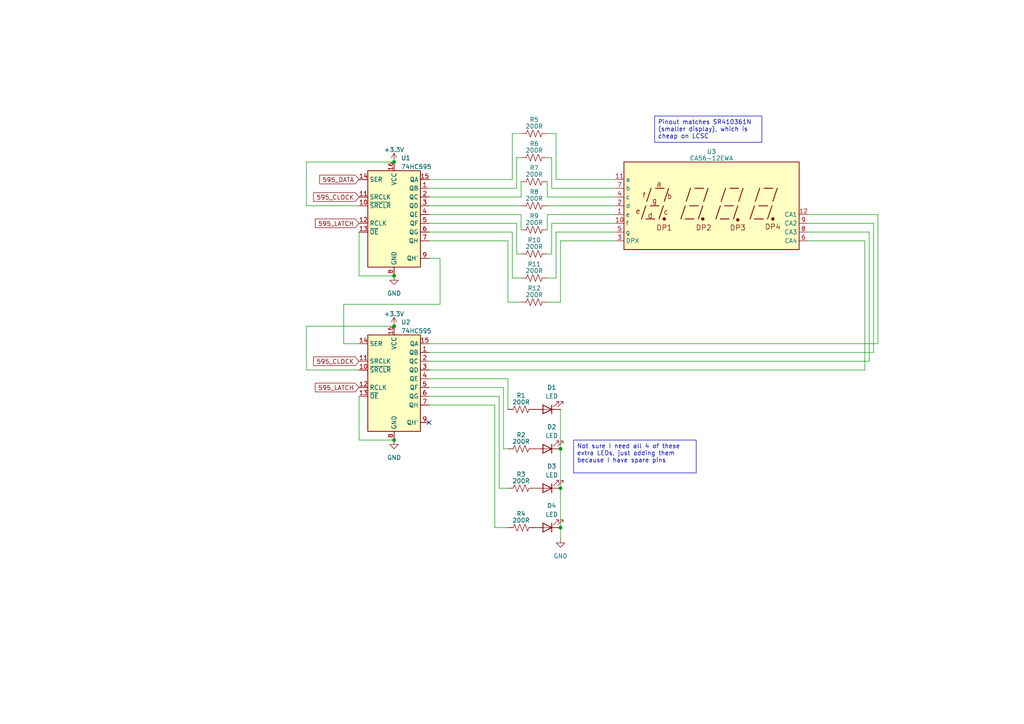
<source format=kicad_sch>
(kicad_sch (version 20230121) (generator eeschema)
  (paper "A4")
  (lib_symbols
    (symbol "74xx:74HC595"
      (property "Reference" "U" (at -7.62 13.97 0))
      (property "Value" "74HC595" (at -7.62 -16.51 0))
      (symbol "74HC595_1_0"
        (pin tri_state line (at 10.16 7.62 180) (length 2.54) (name "QB") (number "1"))
        (pin input line (at -10.16 2.54 0) (length 2.54) (name "~{SRCLR}") (number "10"))
        (pin input line (at -10.16 5.08 0) (length 2.54) (name "SRCLK") (number "11"))
        (pin input line (at -10.16 -2.54 0) (length 2.54) (name "RCLK") (number "12"))
        (pin input line (at -10.16 -5.08 0) (length 2.54) (name "~{OE}") (number "13"))
        (pin input line (at -10.16 10.16 0) (length 2.54) (name "SER") (number "14"))
        (pin tri_state line (at 10.16 10.16 180) (length 2.54) (name "QA") (number "15"))
        (pin power_in line (at 0 15.24 270) (length 2.54) (name "VCC") (number "16"))
        (pin tri_state line (at 10.16 5.08 180) (length 2.54) (name "QC") (number "2"))
        (pin tri_state line (at 10.16 2.54 180) (length 2.54) (name "QD") (number "3"))
        (pin tri_state line (at 10.16 0 180) (length 2.54) (name "QE") (number "4"))
        (pin tri_state line (at 10.16 -2.54 180) (length 2.54) (name "QF") (number "5"))
        (pin tri_state line (at 10.16 -5.08 180) (length 2.54) (name "QG") (number "6"))
        (pin tri_state line (at 10.16 -7.62 180) (length 2.54) (name "QH") (number "7"))
        (pin power_in line (at 0 -17.78 90) (length 2.54) (name "GND") (number "8"))
        (pin output line (at 10.16 -12.7 180) (length 2.54) (name "QH'") (number "9"))
      )
      (symbol "74HC595_1_1"
        (rectangle (start -7.62 12.7) (end 7.62 -15.24) (stroke (width 0.254)) (fill (type background)))
      )
    )
    (symbol "Device:LED" (pin_numbers hide) (pin_names (offset 1.016) hide)
      (property "Reference" "D" (at 0 2.54 0))
      (property "Value" "LED" (at 0 -2.54 0))
      (symbol "LED_0_1"
        (polyline (pts (xy -1.27 -1.27) (xy -1.27 1.27)) (stroke (width 0.254)))
        (polyline (pts (xy -1.27 0) (xy 1.27 0)))
        (polyline (pts (xy 1.27 -1.27) (xy 1.27 1.27) (xy -1.27 0) (xy 1.27 -1.27)) (stroke (width 0.254)))
        (polyline (pts (xy -3.048 -0.762) (xy -4.572 -2.286) (xy -3.81 -2.286) (xy -4.572 -2.286) (xy -4.572 -1.524)))
        (polyline (pts (xy -1.778 -0.762) (xy -3.302 -2.286) (xy -2.54 -2.286) (xy -3.302 -2.286) (xy -3.302 -1.524)))
      )
      (symbol "LED_1_1"
        (pin passive line (at -3.81 0 0) (length 2.54) (name "K") (number "1"))
        (pin passive line (at 3.81 0 180) (length 2.54) (name "A") (number "2"))
      )
    )
    (symbol "Device:R_US" (pin_numbers hide) (pin_names (offset 0))
      (property "Reference" "R" (at 2.54 0 90))
      (property "Value" "R_US" (at -2.54 0 90))
      (symbol "R_US_0_1"
        (polyline (pts (xy 0 -2.286) (xy 0 -2.54)))
        (polyline (pts (xy 0 2.286) (xy 0 2.54)))
        (polyline (pts (xy 0 -0.762) (xy 1.016 -1.143) (xy 0 -1.524) (xy -1.016 -1.905) (xy 0 -2.286)))
        (polyline (pts (xy 0 0.762) (xy 1.016 0.381) (xy 0 0) (xy -1.016 -0.381) (xy 0 -0.762)))
        (polyline (pts (xy 0 2.286) (xy 1.016 1.905) (xy 0 1.524) (xy -1.016 1.143) (xy 0 0.762)))
      )
      (symbol "R_US_1_1"
        (pin passive line (at 0 3.81 270) (length 1.27) (name "~") (number "1"))
        (pin passive line (at 0 -3.81 90) (length 1.27) (name "~") (number "2"))
      )
    )
    (symbol "Display_Character:CA56-12EWA"
      (property "Reference" "U" (at -24.13 13.97 0))
      (property "Value" "CA56-12EWA" (at 19.05 13.97 0))
      (symbol "CA56-12EWA_0_0"
        (rectangle (start -25.4 12.7) (end 25.4 -12.7) (stroke (width 0.254)) (fill (type background)))
        (polyline (pts (xy -20.32 -3.81) (xy -19.05 0)) (stroke (width 0.254)))
        (polyline (pts (xy -19.05 -3.81) (xy -16.51 -3.81)) (stroke (width 0.254)))
        (polyline (pts (xy -18.796 1.27) (xy -17.526 5.08)) (stroke (width 0.254)))
        (polyline (pts (xy -17.78 0) (xy -15.24 0)) (stroke (width 0.254)))
        (polyline (pts (xy -16.256 5.08) (xy -13.716 5.08)) (stroke (width 0.254)))
        (polyline (pts (xy -15.24 -3.81) (xy -13.97 0)) (stroke (width 0.254)))
        (polyline (pts (xy -13.716 1.27) (xy -12.446 5.08)) (stroke (width 0.254)))
        (polyline (pts (xy -8.89 -3.81) (xy -7.62 0)) (stroke (width 0.254)))
        (polyline (pts (xy -7.62 -3.81) (xy -5.08 -3.81)) (stroke (width 0.254)))
        (polyline (pts (xy -7.366 1.27) (xy -6.096 5.08)) (stroke (width 0.254)))
        (polyline (pts (xy -6.35 0) (xy -3.81 0)) (stroke (width 0.254)))
        (polyline (pts (xy -4.826 5.08) (xy -2.286 5.08)) (stroke (width 0.254)))
        (polyline (pts (xy -3.81 -3.81) (xy -2.54 0)) (stroke (width 0.254)))
        (polyline (pts (xy -2.286 1.27) (xy -1.016 5.08)) (stroke (width 0.254)))
        (polyline (pts (xy 1.27 -3.81) (xy 2.54 0)) (stroke (width 0.254)))
        (polyline (pts (xy 2.54 -3.81) (xy 5.08 -3.81)) (stroke (width 0.254)))
        (polyline (pts (xy 2.794 1.27) (xy 4.064 5.08)) (stroke (width 0.254)))
        (polyline (pts (xy 3.81 0) (xy 6.35 0)) (stroke (width 0.254)))
        (polyline (pts (xy 5.334 5.08) (xy 7.874 5.08)) (stroke (width 0.254)))
        (polyline (pts (xy 6.35 -3.81) (xy 7.62 0)) (stroke (width 0.254)))
        (polyline (pts (xy 7.874 1.27) (xy 9.144 5.08)) (stroke (width 0.254)))
        (polyline (pts (xy 11.176 -3.81) (xy 12.446 0)) (stroke (width 0.254)))
        (polyline (pts (xy 12.446 -3.81) (xy 14.986 -3.81)) (stroke (width 0.254)))
        (polyline (pts (xy 12.7 1.27) (xy 13.97 5.08)) (stroke (width 0.254)))
        (polyline (pts (xy 13.716 0) (xy 16.256 0)) (stroke (width 0.254)))
        (polyline (pts (xy 15.24 5.08) (xy 17.78 5.08)) (stroke (width 0.254)))
        (polyline (pts (xy 16.256 -3.81) (xy 17.526 0)) (stroke (width 0.254)))
        (polyline (pts (xy 17.78 1.27) (xy 19.05 5.08)) (stroke (width 0.254)))
        (text "a" (at -15.24 6.35 0) (effects (font (size 1.524 1.524))))
        (text "b" (at -12.192 2.794 0) (effects (font (size 1.524 1.524))))
        (text "c" (at -13.208 -1.778 0) (effects (font (size 1.524 1.524))))
        (text "d" (at -17.78 -2.794 0) (effects (font (size 1.524 1.524))))
        (text "DP1" (at -13.716 -6.35 0) (effects (font (size 1.524 1.524))))
        (text "DP2" (at -2.286 -6.35 0) (effects (font (size 1.524 1.524))))
        (text "DP3" (at 7.62 -6.35 0) (effects (font (size 1.524 1.524))))
        (text "DP4" (at 17.78 -6.096 0) (effects (font (size 1.524 1.524))))
        (text "e" (at -21.336 -1.524 0) (effects (font (size 1.524 1.524))))
        (text "f" (at -19.558 3.048 0) (effects (font (size 1.524 1.524))))
        (text "g" (at -16.51 1.524 0) (effects (font (size 1.524 1.524))))
      )
      (symbol "CA56-12EWA_0_1"
        (circle (center -13.716 -3.81) (radius 0.3556) (stroke (width 0.254)) (fill (type outline)))
        (circle (center -2.54 -3.81) (radius 0.3556) (stroke (width 0.254)) (fill (type outline)))
      )
      (symbol "CA56-12EWA_1_0"
        (circle (center 7.62 -4.064) (radius 0.3556) (stroke (width 0.254)) (fill (type outline)))
        (circle (center 17.78 -3.81) (radius 0.3556) (stroke (width 0.254)) (fill (type outline)))
      )
      (symbol "CA56-12EWA_1_1"
        (pin input line (at -27.94 -2.54 0) (length 2.54) (name "e") (number "1"))
        (pin input line (at -27.94 -5.08 0) (length 2.54) (name "f") (number "10"))
        (pin input line (at -27.94 7.62 0) (length 2.54) (name "a") (number "11"))
        (pin input line (at 27.94 -2.54 180) (length 2.54) (name "CA1") (number "12"))
        (pin input line (at -27.94 0 0) (length 2.54) (name "d") (number "2"))
        (pin input line (at -27.94 -10.16 0) (length 2.54) (name "DPX") (number "3"))
        (pin input line (at -27.94 2.54 0) (length 2.54) (name "c") (number "4"))
        (pin input line (at -27.94 -7.62 0) (length 2.54) (name "g") (number "5"))
        (pin input line (at 27.94 -10.16 180) (length 2.54) (name "CA4") (number "6"))
        (pin input line (at -27.94 5.08 0) (length 2.54) (name "b") (number "7"))
        (pin input line (at 27.94 -7.62 180) (length 2.54) (name "CA3") (number "8"))
        (pin input line (at 27.94 -5.08 180) (length 2.54) (name "CA2") (number "9"))
      )
    )
    (symbol "power:+3.3V" (power) (pin_names (offset 0))
      (property "Value" "+3.3V" (at 0 3.556 0))
      (symbol "+3.3V_0_1"
        (polyline (pts (xy -0.762 1.27) (xy 0 2.54)))
        (polyline (pts (xy 0 0) (xy 0 2.54)))
        (polyline (pts (xy 0 2.54) (xy 0.762 1.27)))
      )
      (symbol "+3.3V_1_1"
        (pin power_in line (at 0 0 90) (length 0) hide (name "+3.3V") (number "1"))
      )
    )
    (symbol "power:GND" (power) (pin_names (offset 0))
      (property "Value" "GND" (at 0 -3.81 0))
      (symbol "GND_0_1"
        (polyline (pts (xy 0 0) (xy 0 -1.27) (xy 1.27 -1.27) (xy 0 -2.54) (xy -1.27 -1.27) (xy 0 -1.27)))
      )
      (symbol "GND_1_1"
        (pin power_in line (at 0 0 270) (length 0) hide (name "GND") (number "1"))
      )
    )
  )
  (junction (at 162.56 141.605))
  (junction (at 114.3 80.01))
  (junction (at 162.56 130.175))
  (junction (at 162.56 153.035))
  (junction (at 114.3 94.615))
  (junction (at 114.3 46.99))
  (junction (at 114.3 127.635))
  (no_connect (at 124.46 122.555))
  (wire (pts (xy 162.56 130.175) (xy 162.56 141.605)))
  (wire (pts (xy 124.46 64.77) (xy 149.86 64.77)))
  (wire (pts (xy 148.59 80.645) (xy 151.13 80.645)))
  (wire (pts (xy 162.56 69.85) (xy 162.56 87.63)))
  (wire (pts (xy 161.29 80.645) (xy 161.29 67.31)))
  (wire (pts (xy 127.635 74.93) (xy 127.635 88.265)))
  (wire (pts (xy 158.75 87.63) (xy 162.56 87.63)))
  (wire (pts (xy 124.46 57.15) (xy 151.13 57.15)))
  (wire (pts (xy 178.435 69.85) (xy 162.56 69.85)))
  (wire (pts (xy 253.365 64.77) (xy 253.365 102.235)))
  (wire (pts (xy 160.02 64.77) (xy 160.02 73.66)))
  (wire (pts (xy 147.32 141.605) (xy 144.78 141.605)))
  (wire (pts (xy 124.46 109.855) (xy 147.32 109.855)))
  (wire (pts (xy 143.51 153.035) (xy 147.32 153.035)))
  (wire (pts (xy 158.75 62.23) (xy 178.435 62.23)))
  (wire (pts (xy 160.02 45.72) (xy 158.75 45.72)))
  (wire (pts (xy 161.29 67.31) (xy 178.435 67.31)))
  (wire (pts (xy 88.9 107.315) (xy 104.14 107.315)))
  (wire (pts (xy 114.3 94.615) (xy 88.9 94.615)))
  (wire (pts (xy 124.46 69.85) (xy 147.32 69.85)))
  (wire (pts (xy 104.14 114.935) (xy 104.14 127.635)))
  (wire (pts (xy 88.9 59.69) (xy 104.14 59.69)))
  (wire (pts (xy 254.635 62.23) (xy 254.635 99.695)))
  (wire (pts (xy 147.32 87.63) (xy 151.13 87.63)))
  (wire (pts (xy 149.86 45.72) (xy 151.13 45.72)))
  (wire (pts (xy 162.56 118.745) (xy 162.56 130.175)))
  (wire (pts (xy 162.56 153.035) (xy 162.56 156.21)))
  (wire (pts (xy 146.05 112.395) (xy 146.05 130.175)))
  (wire (pts (xy 149.86 64.77) (xy 149.86 73.66)))
  (wire (pts (xy 127.635 88.265) (xy 99.695 88.265)))
  (wire (pts (xy 158.75 52.705) (xy 158.75 57.15)))
  (wire (pts (xy 161.29 38.735) (xy 161.29 52.07)))
  (wire (pts (xy 143.51 117.475) (xy 143.51 153.035)))
  (wire (pts (xy 88.9 94.615) (xy 88.9 107.315)))
  (wire (pts (xy 178.435 64.77) (xy 160.02 64.77)))
  (wire (pts (xy 147.32 69.85) (xy 147.32 87.63)))
  (wire (pts (xy 149.86 73.66) (xy 151.13 73.66)))
  (wire (pts (xy 162.56 141.605) (xy 162.56 153.035)))
  (wire (pts (xy 253.365 102.235) (xy 124.46 102.235)))
  (wire (pts (xy 104.14 127.635) (xy 114.3 127.635)))
  (wire (pts (xy 161.29 52.07) (xy 178.435 52.07)))
  (wire (pts (xy 104.14 67.31) (xy 104.14 80.01)))
  (wire (pts (xy 250.825 69.85) (xy 234.315 69.85)))
  (wire (pts (xy 144.78 114.935) (xy 124.46 114.935)))
  (wire (pts (xy 148.59 38.735) (xy 151.13 38.735)))
  (wire (pts (xy 99.695 99.695) (xy 104.14 99.695)))
  (wire (pts (xy 160.02 54.61) (xy 160.02 45.72)))
  (wire (pts (xy 124.46 112.395) (xy 146.05 112.395)))
  (wire (pts (xy 124.46 74.93) (xy 127.635 74.93)))
  (wire (pts (xy 178.435 54.61) (xy 160.02 54.61)))
  (wire (pts (xy 124.46 99.695) (xy 254.635 99.695)))
  (wire (pts (xy 234.315 62.23) (xy 254.635 62.23)))
  (wire (pts (xy 234.315 64.77) (xy 253.365 64.77)))
  (wire (pts (xy 124.46 59.69) (xy 151.13 59.69)))
  (wire (pts (xy 148.59 52.07) (xy 148.59 38.735)))
  (wire (pts (xy 124.46 104.775) (xy 252.095 104.775)))
  (wire (pts (xy 99.695 88.265) (xy 99.695 99.695)))
  (wire (pts (xy 149.86 54.61) (xy 149.86 45.72)))
  (wire (pts (xy 124.46 52.07) (xy 148.59 52.07)))
  (wire (pts (xy 151.13 57.15) (xy 151.13 52.705)))
  (wire (pts (xy 124.46 62.23) (xy 151.13 62.23)))
  (wire (pts (xy 124.46 107.315) (xy 250.825 107.315)))
  (wire (pts (xy 146.05 130.175) (xy 147.32 130.175)))
  (wire (pts (xy 88.9 46.99) (xy 88.9 59.69)))
  (wire (pts (xy 124.46 117.475) (xy 143.51 117.475)))
  (wire (pts (xy 124.46 54.61) (xy 149.86 54.61)))
  (wire (pts (xy 148.59 67.31) (xy 148.59 80.645)))
  (wire (pts (xy 158.75 38.735) (xy 161.29 38.735)))
  (wire (pts (xy 124.46 67.31) (xy 148.59 67.31)))
  (wire (pts (xy 147.32 109.855) (xy 147.32 118.745)))
  (wire (pts (xy 144.78 141.605) (xy 144.78 114.935)))
  (wire (pts (xy 250.825 107.315) (xy 250.825 69.85)))
  (wire (pts (xy 158.75 66.675) (xy 158.75 62.23)))
  (wire (pts (xy 158.75 59.69) (xy 178.435 59.69)))
  (wire (pts (xy 104.14 80.01) (xy 114.3 80.01)))
  (wire (pts (xy 114.3 46.99) (xy 88.9 46.99)))
  (wire (pts (xy 178.435 57.15) (xy 158.75 57.15)))
  (wire (pts (xy 158.75 73.66) (xy 160.02 73.66)))
  (wire (pts (xy 234.315 67.31) (xy 252.095 67.31)))
  (wire (pts (xy 151.13 62.23) (xy 151.13 66.675)))
  (wire (pts (xy 252.095 67.31) (xy 252.095 104.775)))
  (wire (pts (xy 158.75 80.645) (xy 161.29 80.645)))
  (text_box "Not sure I need all 4 of these extra LEDs, just adding them because I have spare pins" (at 166.37 127.635 0) (size 35.56 9.525) (effects (font (size 1.27 1.27)) (justify left top)))
  (text_box "Pinout matches SR410361N (smaller display), which is cheap on LCSC" (at 189.865 33.655 0) (size 31.115 7.62) (effects (font (size 1.27 1.27)) (justify left top)))
  (global_label "595_DATA" (shape input) (at 104.14 52.07 180) (property "Intersheetrefs" "${INTERSHEET_REFS}" (effects hide)))
  (global_label "595_CLOCK" (shape input) (at 104.14 57.15 180) (property "Intersheetrefs" "${INTERSHEET_REFS}" (effects hide)))
  (global_label "595_CLOCK" (shape input) (at 104.14 104.775 180) (property "Intersheetrefs" "${INTERSHEET_REFS}" (effects hide)))
  (global_label "595_LATCH" (shape input) (at 104.14 64.77 180) (property "Intersheetrefs" "${INTERSHEET_REFS}" (effects hide)))
  (global_label "595_LATCH" (shape input) (at 104.14 112.395 180) (property "Intersheetrefs" "${INTERSHEET_REFS}" (effects hide)))
  (symbol (lib_id "74xx:74HC595") (at 114.3 62.23 0) (unit 1)
    (property "Reference" "U1" (at 116.3194 45.8302 0) (effects (justify left)))
    (property "Value" "74HC595" (at 116.3194 48.3671 0) (effects (justify left)))
    (property "Footprint" "Package_SO:SOIC-16_3.9x9.9mm_P1.27mm" (effects hide))
    (property "Datasheet" "http://www.ti.com/lit/ds/symlink/sn74hc595.pdf" (effects hide))
  )
  (symbol (lib_id "Device:LED") (at 158.75 130.175 180) (unit 1)
    (property "Reference" "D2" (at 160.02 123.825 0))
    (property "Value" "LED" (at 160.02 126.365 0))
    (property "Footprint" "LED_THT:LED_D3.0mm" (effects hide))
  )
  (symbol (lib_id "Device:R_US") (at 154.94 45.72 270) (unit 1)
    (property "Reference" "R6" (at 154.94 41.6941 90))
    (property "Value" "200R" (at 154.94 43.6151 90))
    (property "Footprint" "Resistor_SMD:R_0603_1608Metric" (effects hide))
  )
  (symbol (lib_id "Device:LED") (at 158.75 118.745 180) (unit 1)
    (property "Reference" "D1" (at 160.02 112.395 0))
    (property "Value" "LED" (at 160.02 114.935 0))
    (property "Footprint" "LED_THT:LED_D3.0mm" (effects hide))
  )
  (symbol (lib_id "power:GND") (at 114.3 127.635 0) (unit 1)
    (property "Reference" "#PWR026" (effects hide))
    (property "Value" "GND" (at 114.3 132.715 0))
  )
  (symbol (lib_id "74xx:74HC595") (at 114.3 109.855 0) (unit 1)
    (property "Reference" "U2" (at 116.3194 93.4552 0) (effects (justify left)))
    (property "Value" "74HC595" (at 116.3194 95.9921 0) (effects (justify left)))
    (property "Footprint" "Package_SO:SOIC-16_3.9x9.9mm_P1.27mm" (effects hide))
    (property "Datasheet" "http://www.ti.com/lit/ds/symlink/sn74hc595.pdf" (effects hide))
  )
  (symbol (lib_id "Device:R_US") (at 154.94 80.645 270) (unit 1)
    (property "Reference" "R11" (at 154.94 76.6191 90))
    (property "Value" "200R" (at 154.94 78.5401 90))
    (property "Footprint" "Resistor_SMD:R_0603_1608Metric" (effects hide))
  )
  (symbol (lib_id "power:+3.3V") (at 114.3 94.615 0) (unit 1)
    (property "Reference" "#PWR?" (effects hide))
    (property "Value" "+3.3V" (at 114.3 91.059 0))
    (instances (project "dk2_02_top" (path "" (reference "#PWR?") (unit 1)) (path "" (reference "#PWR025") (unit 1))))
  )
  (symbol (lib_id "Device:R_US") (at 151.13 118.745 270) (unit 1)
    (property "Reference" "R1" (at 151.13 114.7191 90))
    (property "Value" "200R" (at 151.13 116.6401 90))
    (property "Footprint" "Resistor_SMD:R_0603_1608Metric" (effects hide))
  )
  (symbol (lib_id "Display_Character:CA56-12EWA") (at 206.375 59.69 0) (unit 1)
    (property "Reference" "U3" (at 206.375 43.9801 0))
    (property "Value" "CA56-12EWA" (at 206.375 45.9011 0))
    (property "Footprint" "Library:SR410361N" (effects hide))
    (property "Datasheet" "http://www.kingbrightusa.com/images/catalog/SPEC/CA56-12EWA.pdf" (effects hide))
  )
  (symbol (lib_id "power:GND") (at 162.56 156.21 0) (unit 1)
    (property "Reference" "#PWR027" (effects hide))
    (property "Value" "GND" (at 162.56 161.29 0))
  )
  (symbol (lib_id "Device:R_US") (at 154.94 52.705 270) (unit 1)
    (property "Reference" "R7" (at 154.94 48.6791 90))
    (property "Value" "200R" (at 154.94 50.6001 90))
    (property "Footprint" "Resistor_SMD:R_0603_1608Metric" (effects hide))
  )
  (symbol (lib_id "Device:R_US") (at 151.13 141.605 270) (unit 1)
    (property "Reference" "R3" (at 151.13 137.5791 90))
    (property "Value" "200R" (at 151.13 139.5001 90))
    (property "Footprint" "Resistor_SMD:R_0603_1608Metric" (effects hide))
  )
  (symbol (lib_id "Device:R_US") (at 154.94 59.69 270) (unit 1)
    (property "Reference" "R8" (at 154.94 55.6641 90))
    (property "Value" "200R" (at 154.94 57.5851 90))
    (property "Footprint" "Resistor_SMD:R_0603_1608Metric" (effects hide))
  )
  (symbol (lib_id "Device:LED") (at 158.75 153.035 180) (unit 1)
    (property "Reference" "D4" (at 160.02 146.685 0))
    (property "Value" "LED" (at 160.02 149.225 0))
    (property "Footprint" "LED_THT:LED_D3.0mm" (effects hide))
  )
  (symbol (lib_id "Device:R_US") (at 151.13 130.175 270) (unit 1)
    (property "Reference" "R2" (at 151.13 126.1491 90))
    (property "Value" "200R" (at 151.13 128.0701 90))
    (property "Footprint" "Resistor_SMD:R_0603_1608Metric" (effects hide))
  )
  (symbol (lib_id "Device:R_US") (at 154.94 73.66 270) (unit 1)
    (property "Reference" "R10" (at 154.94 69.6341 90))
    (property "Value" "200R" (at 154.94 71.5551 90))
    (property "Footprint" "Resistor_SMD:R_0603_1608Metric" (effects hide))
  )
  (symbol (lib_id "Device:R_US") (at 154.94 66.675 270) (unit 1)
    (property "Reference" "R9" (at 154.94 62.6491 90))
    (property "Value" "200R" (at 154.94 64.5701 90))
    (property "Footprint" "Resistor_SMD:R_0603_1608Metric" (effects hide))
  )
  (symbol (lib_id "power:GND") (at 114.3 80.01 0) (unit 1)
    (property "Reference" "#PWR024" (effects hide))
    (property "Value" "GND" (at 114.3 85.09 0))
  )
  (symbol (lib_id "Device:R_US") (at 154.94 87.63 270) (unit 1)
    (property "Reference" "R12" (at 154.94 83.6041 90))
    (property "Value" "200R" (at 154.94 85.5251 90))
    (property "Footprint" "Resistor_SMD:R_0603_1608Metric" (effects hide))
  )
  (symbol (lib_id "power:+3.3V") (at 114.3 46.99 0) (unit 1)
    (property "Reference" "#PWR?" (effects hide))
    (property "Value" "+3.3V" (at 114.3 43.434 0))
    (instances (project "dk2_02_top" (path "" (reference "#PWR?") (unit 1)) (path "" (reference "#PWR023") (unit 1))))
  )
  (symbol (lib_id "Device:R_US") (at 151.13 153.035 270) (unit 1)
    (property "Reference" "R4" (at 151.13 149.0091 90))
    (property "Value" "200R" (at 151.13 150.9301 90))
    (property "Footprint" "Resistor_SMD:R_0603_1608Metric" (effects hide))
  )
  (symbol (lib_id "Device:R_US") (at 154.94 38.735 270) (unit 1)
    (property "Reference" "R5" (at 154.94 34.7091 90))
    (property "Value" "200R" (at 154.94 36.6301 90))
    (property "Footprint" "Resistor_SMD:R_0603_1608Metric" (effects hide))
  )
  (symbol (lib_id "Device:LED") (at 158.75 141.605 180) (unit 1)
    (property "Reference" "D3" (at 160.02 135.255 0))
    (property "Value" "LED" (at 160.02 137.795 0))
    (property "Footprint" "LED_THT:LED_D3.0mm" (effects hide))
  )
)
</source>
